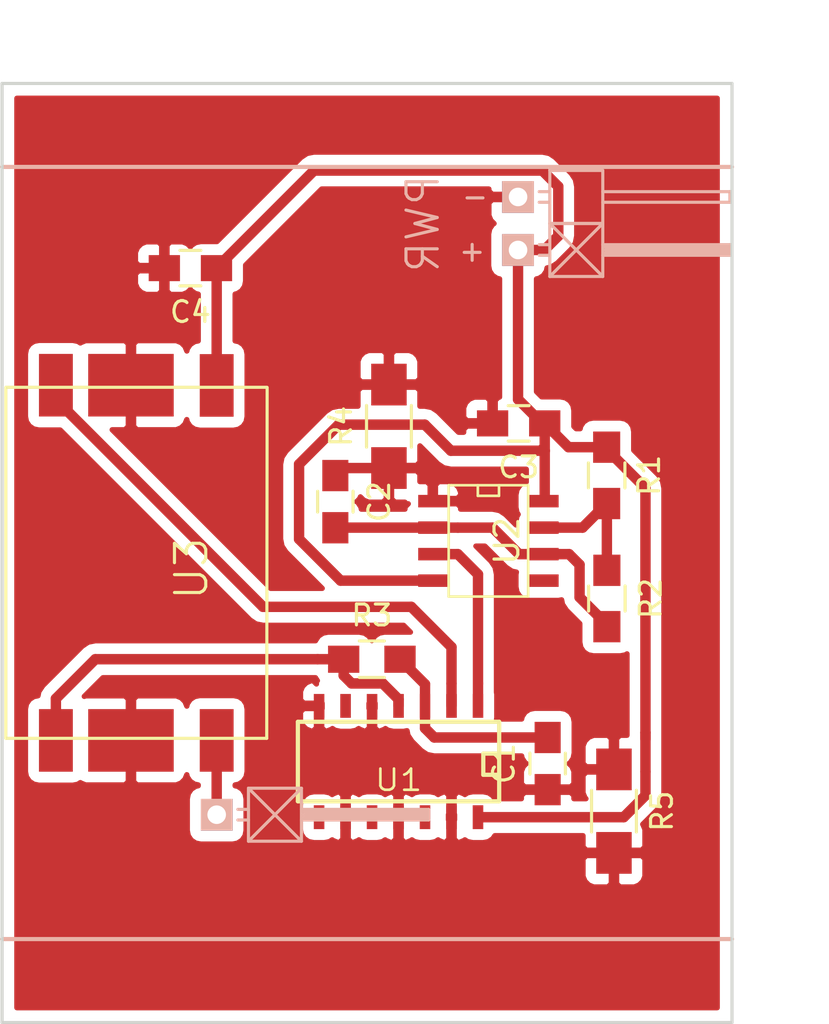
<source format=kicad_pcb>
(kicad_pcb (version 4) (host pcbnew "(2015-04-05 BZR 5577)-product")

  (general
    (links 35)
    (no_connects 1)
    (area 171.676715 88 216.408334 137.075001)
    (thickness 1.6)
    (drawings 10)
    (tracks 75)
    (zones 0)
    (modules 14)
    (nets 10)
  )

  (page A4)
  (layers
    (0 F.Cu signal)
    (31 B.Cu signal)
    (32 B.Adhes user)
    (33 F.Adhes user)
    (34 B.Paste user)
    (35 F.Paste user)
    (36 B.SilkS user)
    (37 F.SilkS user)
    (38 B.Mask user)
    (39 F.Mask user)
    (40 Dwgs.User user)
    (41 Cmts.User user)
    (42 Eco1.User user)
    (43 Eco2.User user)
    (44 Edge.Cuts user)
    (45 Margin user)
    (46 B.CrtYd user)
    (47 F.CrtYd user)
    (48 B.Fab user)
    (49 F.Fab user)
  )

  (setup
    (last_trace_width 0.5)
    (user_trace_width 0.3)
    (user_trace_width 0.5)
    (trace_clearance 0.254)
    (zone_clearance 0.508)
    (zone_45_only no)
    (trace_min 0.254)
    (segment_width 0.2)
    (edge_width 0.15)
    (via_size 0.889)
    (via_drill 0.635)
    (via_min_size 0.889)
    (via_min_drill 0.508)
    (uvia_size 0.508)
    (uvia_drill 0.127)
    (uvias_allowed no)
    (uvia_min_size 0.508)
    (uvia_min_drill 0.127)
    (pcb_text_width 0.3)
    (pcb_text_size 1 1)
    (mod_edge_width 0.15)
    (mod_text_size 1 1)
    (mod_text_width 0.15)
    (pad_size 1.50114 1.50114)
    (pad_drill 0.8001)
    (pad_to_mask_clearance 0)
    (aux_axis_origin 0 0)
    (visible_elements FFFFFF7F)
    (pcbplotparams
      (layerselection 0x01130_80000001)
      (usegerberextensions false)
      (excludeedgelayer true)
      (linewidth 0.100000)
      (plotframeref false)
      (viasonmask false)
      (mode 1)
      (useauxorigin false)
      (hpglpennumber 1)
      (hpglpenspeed 20)
      (hpglpendiameter 15)
      (hpglpenoverlay 2)
      (psnegative false)
      (psa4output false)
      (plotreference true)
      (plotvalue true)
      (plotinvisibletext false)
      (padsonsilk false)
      (subtractmaskfromsilk false)
      (outputformat 1)
      (mirror false)
      (drillshape 0)
      (scaleselection 1)
      (outputdirectory PCB/))
  )

  (net 0 "")
  (net 1 GND)
  (net 2 VCC)
  (net 3 "Net-(C1-Pad2)")
  (net 4 "Net-(C2-Pad2)")
  (net 5 "Net-(P1-Pad1)")
  (net 6 "Net-(R1-Pad1)")
  (net 7 DATA)
  (net 8 "Net-(U1-Pad1)")
  (net 9 ENABLE)

  (net_class Default "This is the default net class."
    (clearance 0.254)
    (trace_width 0.254)
    (via_dia 0.889)
    (via_drill 0.635)
    (uvia_dia 0.508)
    (uvia_drill 0.127)
    (add_net DATA)
    (add_net ENABLE)
    (add_net GND)
    (add_net "Net-(C1-Pad2)")
    (add_net "Net-(C2-Pad2)")
    (add_net "Net-(P1-Pad1)")
    (add_net "Net-(R1-Pad1)")
    (add_net "Net-(U1-Pad1)")
    (add_net VCC)
  )

  (module Resistors_SMD:R_0805_HandSoldering (layer F.Cu) (tedit 541C89AC) (tstamp 541C8866)
    (at 202.99 110.78 90)
    (descr "Resistor SMD 0805, hand soldering, Vishay (see dcrcw.pdf)")
    (tags "resistor 0805")
    (path /540DF2DF)
    (attr smd)
    (fp_text reference R1 (at 0 2.032 90) (layer F.SilkS)
      (effects (font (size 1 1) (thickness 0.15)))
    )
    (fp_text value 4k7 (at 0 2.1 90) (layer F.SilkS) hide
      (effects (font (size 1 1) (thickness 0.15)))
    )
    (fp_line (start 0.6 0.875) (end -0.6 0.875) (layer F.SilkS) (width 0.15))
    (fp_line (start -0.6 -0.875) (end 0.6 -0.875) (layer F.SilkS) (width 0.15))
    (pad 1 smd rect (at -1.35 0 90) (size 1.5 1.3) (layers F.Cu F.Paste F.Mask)
      (net 6 "Net-(R1-Pad1)"))
    (pad 2 smd rect (at 1.35 0 90) (size 1.5 1.3) (layers F.Cu F.Paste F.Mask)
      (net 2 VCC))
    (model Resistors_SMD/R_0805.wrl
      (at (xyz 0 0 0))
      (scale (xyz 1 1 1))
      (rotate (xyz 0 0 0))
    )
  )

  (module Resistors_SMD:R_0805_HandSoldering (layer F.Cu) (tedit 541C8966) (tstamp 541C886C)
    (at 203 116.68 270)
    (descr "Resistor SMD 0805, hand soldering, Vishay (see dcrcw.pdf)")
    (tags "resistor 0805")
    (path /540DFA27)
    (attr smd)
    (fp_text reference R2 (at 0 -2.1 270) (layer F.SilkS)
      (effects (font (size 1 1) (thickness 0.15)))
    )
    (fp_text value 2k2 (at 0 2.1 270) (layer F.SilkS) hide
      (effects (font (size 1 1) (thickness 0.15)))
    )
    (fp_line (start 0.6 0.875) (end -0.6 0.875) (layer F.SilkS) (width 0.15))
    (fp_line (start -0.6 -0.875) (end 0.6 -0.875) (layer F.SilkS) (width 0.15))
    (pad 1 smd rect (at -1.35 0 270) (size 1.5 1.3) (layers F.Cu F.Paste F.Mask)
      (net 6 "Net-(R1-Pad1)"))
    (pad 2 smd rect (at 1.35 0 270) (size 1.5 1.3) (layers F.Cu F.Paste F.Mask)
      (net 4 "Net-(C2-Pad2)"))
    (model Resistors_SMD/R_0805.wrl
      (at (xyz 0 0 0))
      (scale (xyz 1 1 1))
      (rotate (xyz 0 0 0))
    )
  )

  (module SMD_Packages:SOIC-14_W (layer F.Cu) (tedit 541C898D) (tstamp 541C8884)
    (at 193.01 124.62 180)
    (descr "module CMS SOJ 14 pins etroit")
    (tags "CMS SOJ")
    (path /540DFD5D)
    (attr smd)
    (fp_text reference U1 (at 0 -0.762 180) (layer F.SilkS)
      (effects (font (size 1.016 1.143) (thickness 0.127)))
    )
    (fp_text value 74LS14 (at 0 1.016 180) (layer F.SilkS) hide
      (effects (font (size 1.016 1.016) (thickness 0.127)))
    )
    (fp_line (start -4.826 -1.778) (end 4.826 -1.778) (layer F.SilkS) (width 0.2032))
    (fp_line (start 4.826 -1.778) (end 4.826 2.032) (layer F.SilkS) (width 0.2032))
    (fp_line (start 4.826 2.032) (end -4.826 2.032) (layer F.SilkS) (width 0.2032))
    (fp_line (start -4.826 2.032) (end -4.826 -1.778) (layer F.SilkS) (width 0.2032))
    (fp_line (start -4.826 -0.508) (end -4.064 -0.508) (layer F.SilkS) (width 0.2032))
    (fp_line (start -4.064 -0.508) (end -4.064 0.508) (layer F.SilkS) (width 0.2032))
    (fp_line (start -4.064 0.508) (end -4.826 0.508) (layer F.SilkS) (width 0.2032))
    (pad 1 smd rect (at -3.81 2.794 180) (size 0.508 1.143) (layers F.Cu F.Paste F.Mask)
      (net 8 "Net-(U1-Pad1)"))
    (pad 2 smd rect (at -2.54 2.794 180) (size 0.508 1.143) (layers F.Cu F.Paste F.Mask)
      (net 9 ENABLE))
    (pad 3 smd rect (at -1.27 2.794 180) (size 0.508 1.143) (layers F.Cu F.Paste F.Mask)
      (net 3 "Net-(C1-Pad2)"))
    (pad 4 smd rect (at 0 2.794 180) (size 0.508 1.143) (layers F.Cu F.Paste F.Mask)
      (net 7 DATA))
    (pad 5 smd rect (at 1.27 2.794 180) (size 0.508 1.143) (layers F.Cu F.Paste F.Mask)
      (net 1 GND))
    (pad 6 smd rect (at 2.54 2.794 180) (size 0.508 1.143) (layers F.Cu F.Paste F.Mask))
    (pad 7 smd rect (at 3.81 2.794 180) (size 0.508 1.143) (layers F.Cu F.Paste F.Mask)
      (net 1 GND))
    (pad 8 smd rect (at 3.81 -2.54 180) (size 0.508 1.143) (layers F.Cu F.Paste F.Mask))
    (pad 9 smd rect (at 2.54 -2.54 180) (size 0.508 1.143) (layers F.Cu F.Paste F.Mask)
      (net 1 GND))
    (pad 10 smd rect (at 1.27 -2.54 180) (size 0.508 1.143) (layers F.Cu F.Paste F.Mask))
    (pad 11 smd rect (at 0 -2.54 180) (size 0.508 1.143) (layers F.Cu F.Paste F.Mask)
      (net 1 GND))
    (pad 12 smd rect (at -1.27 -2.54 180) (size 0.508 1.143) (layers F.Cu F.Paste F.Mask))
    (pad 13 smd rect (at -2.54 -2.54 180) (size 0.508 1.143) (layers F.Cu F.Paste F.Mask)
      (net 1 GND))
    (pad 14 smd rect (at -3.81 -2.54 180) (size 0.508 1.143) (layers F.Cu F.Paste F.Mask)
      (net 2 VCC))
    (model smd/cms_so14.wrl
      (at (xyz 0 0 0))
      (scale (xyz 0.5 0.3 0.5))
      (rotate (xyz 0 0 0))
    )
  )

  (module SMD_Packages:SOIC-8-W (layer F.Cu) (tedit 541C8979) (tstamp 541C8890)
    (at 197.32 113.92 270)
    (descr "module SMD SOIC SOJ 8 pins etroit")
    (tags "CMS SOJ")
    (path /540DF191)
    (attr smd)
    (fp_text reference U2 (at 0 -0.889 270) (layer F.SilkS)
      (effects (font (size 1.143 1.143) (thickness 0.1524)))
    )
    (fp_text value LM555N (at 0 1.016 270) (layer F.SilkS) hide
      (effects (font (size 0.889 0.889) (thickness 0.1524)))
    )
    (fp_line (start -2.667 1.778) (end -2.667 1.905) (layer F.SilkS) (width 0.127))
    (fp_line (start -2.667 1.905) (end 2.667 1.905) (layer F.SilkS) (width 0.127))
    (fp_line (start 2.667 -1.905) (end -2.667 -1.905) (layer F.SilkS) (width 0.127))
    (fp_line (start -2.667 -1.905) (end -2.667 1.778) (layer F.SilkS) (width 0.127))
    (fp_line (start -2.667 -0.508) (end -2.159 -0.508) (layer F.SilkS) (width 0.127))
    (fp_line (start -2.159 -0.508) (end -2.159 0.508) (layer F.SilkS) (width 0.127))
    (fp_line (start -2.159 0.508) (end -2.667 0.508) (layer F.SilkS) (width 0.127))
    (fp_line (start 2.667 -1.905) (end 2.667 1.905) (layer F.SilkS) (width 0.127))
    (pad 8 smd rect (at -1.905 -2.667 270) (size 0.59944 1.39954) (layers F.Cu F.Paste F.Mask)
      (net 2 VCC))
    (pad 1 smd rect (at -1.905 2.667 270) (size 0.59944 1.39954) (layers F.Cu F.Paste F.Mask)
      (net 1 GND))
    (pad 7 smd rect (at -0.635 -2.667 270) (size 0.59944 1.39954) (layers F.Cu F.Paste F.Mask)
      (net 6 "Net-(R1-Pad1)"))
    (pad 6 smd rect (at 0.635 -2.667 270) (size 0.59944 1.39954) (layers F.Cu F.Paste F.Mask)
      (net 4 "Net-(C2-Pad2)"))
    (pad 5 smd rect (at 1.905 -2.667 270) (size 0.59944 1.39954) (layers F.Cu F.Paste F.Mask))
    (pad 2 smd rect (at -0.635 2.667 270) (size 0.59944 1.39954) (layers F.Cu F.Paste F.Mask)
      (net 4 "Net-(C2-Pad2)"))
    (pad 3 smd rect (at 0.635 2.667 270) (size 0.59944 1.39954) (layers F.Cu F.Paste F.Mask)
      (net 8 "Net-(U1-Pad1)"))
    (pad 4 smd rect (at 1.905 2.667 270) (size 0.59944 1.39954) (layers F.Cu F.Paste F.Mask)
      (net 2 VCC))
    (model smd/cms_so8.wrl
      (at (xyz 0 0 0))
      (scale (xyz 0.5 0.32 0.5))
      (rotate (xyz 0 0 0))
    )
  )

  (module QFM-TX1:QFM-TX1 (layer F.Cu) (tedit 541C8983) (tstamp 541C889A)
    (at 179.96 114.55 270)
    (path /540F470C)
    (fp_text reference U3 (at 0.7 -3.12 270) (layer F.SilkS)
      (effects (font (size 1.5 1.5) (thickness 0.15)))
    )
    (fp_text value QFM-TX1 (at 0.77 2.74 270) (layer F.SilkS) hide
      (effects (font (size 1.5 1.5) (thickness 0.15)))
    )
    (fp_line (start -7.98 5.78) (end 8.83 5.78) (layer F.SilkS) (width 0.15))
    (fp_line (start 8.83 5.78) (end 8.83 -6.73) (layer F.SilkS) (width 0.15))
    (fp_line (start -7.99 5.77) (end -7.99 -6.74) (layer F.SilkS) (width 0.15))
    (fp_line (start -7.98 -6.75) (end 8.83 -6.73) (layer F.SilkS) (width 0.15))
    (pad 1 smd rect (at -8.08 -4.33 270) (size 3 1.624) (layers F.Cu F.Paste F.Mask)
      (net 2 VCC))
    (pad 6 smd rect (at 8.93 -4.33 270) (size 3 1.624) (layers F.Cu F.Paste F.Mask)
      (net 5 "Net-(P1-Pad1)"))
    (pad 4 smd rect (at 8.93 3.38 270) (size 3 1.624) (layers F.Cu F.Paste F.Mask)
      (net 7 DATA))
    (pad 3 smd rect (at -8.09 3.38 270) (size 3 1.624) (layers F.Cu F.Paste F.Mask)
      (net 9 ENABLE))
    (pad 2 smd rect (at -8.09 -0.22 270) (size 3 4.1) (layers F.Cu F.Paste F.Mask)
      (net 1 GND))
    (pad 5 smd rect (at 8.93 -0.22 270) (size 3 4.1) (layers F.Cu F.Paste F.Mask)
      (net 1 GND))
  )

  (module Capacitors_SMD:C_0805_HandSoldering (layer F.Cu) (tedit 55C08CF1) (tstamp 55C08CE3)
    (at 200.16 124.59 90)
    (descr "Capacitor SMD 0805, hand soldering")
    (tags "capacitor 0805")
    (path /540E052B)
    (attr smd)
    (fp_text reference C1 (at 0 -2.1 90) (layer F.SilkS)
      (effects (font (size 1 1) (thickness 0.15)))
    )
    (fp_text value 2.2uF (at 0 2.1 90) (layer F.Fab) hide
      (effects (font (size 1 1) (thickness 0.15)))
    )
    (fp_line (start -2.3 -1) (end 2.3 -1) (layer F.CrtYd) (width 0.05))
    (fp_line (start -2.3 1) (end 2.3 1) (layer F.CrtYd) (width 0.05))
    (fp_line (start -2.3 -1) (end -2.3 1) (layer F.CrtYd) (width 0.05))
    (fp_line (start 2.3 -1) (end 2.3 1) (layer F.CrtYd) (width 0.05))
    (fp_line (start 0.5 -0.85) (end -0.5 -0.85) (layer F.SilkS) (width 0.15))
    (fp_line (start -0.5 0.85) (end 0.5 0.85) (layer F.SilkS) (width 0.15))
    (pad 1 smd rect (at -1.25 0 90) (size 1.5 1.25) (layers F.Cu F.Paste F.Mask)
      (net 1 GND))
    (pad 2 smd rect (at 1.25 0 90) (size 1.5 1.25) (layers F.Cu F.Paste F.Mask)
      (net 3 "Net-(C1-Pad2)"))
    (model Capacitors_SMD.3dshapes/C_0805_HandSoldering.wrl
      (at (xyz 0 0 0))
      (scale (xyz 1 1 1))
      (rotate (xyz 0 0 0))
    )
  )

  (module Capacitors_SMD:C_0805_HandSoldering (layer F.Cu) (tedit 55C08CFF) (tstamp 55C08CE8)
    (at 189.98 112.04 270)
    (descr "Capacitor SMD 0805, hand soldering")
    (tags "capacitor 0805")
    (path /540DF1E1)
    (attr smd)
    (fp_text reference C2 (at 0 -2.1 270) (layer F.SilkS)
      (effects (font (size 1 1) (thickness 0.15)))
    )
    (fp_text value 100uF (at 0 2.1 270) (layer F.Fab) hide
      (effects (font (size 1 1) (thickness 0.15)))
    )
    (fp_line (start -2.3 -1) (end 2.3 -1) (layer F.CrtYd) (width 0.05))
    (fp_line (start -2.3 1) (end 2.3 1) (layer F.CrtYd) (width 0.05))
    (fp_line (start -2.3 -1) (end -2.3 1) (layer F.CrtYd) (width 0.05))
    (fp_line (start 2.3 -1) (end 2.3 1) (layer F.CrtYd) (width 0.05))
    (fp_line (start 0.5 -0.85) (end -0.5 -0.85) (layer F.SilkS) (width 0.15))
    (fp_line (start -0.5 0.85) (end 0.5 0.85) (layer F.SilkS) (width 0.15))
    (pad 1 smd rect (at -1.25 0 270) (size 1.5 1.25) (layers F.Cu F.Paste F.Mask)
      (net 1 GND))
    (pad 2 smd rect (at 1.25 0 270) (size 1.5 1.25) (layers F.Cu F.Paste F.Mask)
      (net 4 "Net-(C2-Pad2)"))
    (model Capacitors_SMD.3dshapes/C_0805_HandSoldering.wrl
      (at (xyz 0 0 0))
      (scale (xyz 1 1 1))
      (rotate (xyz 0 0 0))
    )
  )

  (module Capacitors_SMD:C_0805_HandSoldering (layer F.Cu) (tedit 55C08CF4) (tstamp 55C08CED)
    (at 198.77 108.29 180)
    (descr "Capacitor SMD 0805, hand soldering")
    (tags "capacitor 0805")
    (path /541CBBDE)
    (attr smd)
    (fp_text reference C3 (at 0 -2.1 180) (layer F.SilkS)
      (effects (font (size 1 1) (thickness 0.15)))
    )
    (fp_text value 100nF (at 0 2.1 180) (layer F.Fab) hide
      (effects (font (size 1 1) (thickness 0.15)))
    )
    (fp_line (start -2.3 -1) (end 2.3 -1) (layer F.CrtYd) (width 0.05))
    (fp_line (start -2.3 1) (end 2.3 1) (layer F.CrtYd) (width 0.05))
    (fp_line (start -2.3 -1) (end -2.3 1) (layer F.CrtYd) (width 0.05))
    (fp_line (start 2.3 -1) (end 2.3 1) (layer F.CrtYd) (width 0.05))
    (fp_line (start 0.5 -0.85) (end -0.5 -0.85) (layer F.SilkS) (width 0.15))
    (fp_line (start -0.5 0.85) (end 0.5 0.85) (layer F.SilkS) (width 0.15))
    (pad 1 smd rect (at -1.25 0 180) (size 1.5 1.25) (layers F.Cu F.Paste F.Mask)
      (net 2 VCC))
    (pad 2 smd rect (at 1.25 0 180) (size 1.5 1.25) (layers F.Cu F.Paste F.Mask)
      (net 1 GND))
    (model Capacitors_SMD.3dshapes/C_0805_HandSoldering.wrl
      (at (xyz 0 0 0))
      (scale (xyz 1 1 1))
      (rotate (xyz 0 0 0))
    )
  )

  (module Capacitors_SMD:C_0805_HandSoldering (layer F.Cu) (tedit 55C08CED) (tstamp 55C08CF2)
    (at 183.03 100.85 180)
    (descr "Capacitor SMD 0805, hand soldering")
    (tags "capacitor 0805")
    (path /541CBE70)
    (attr smd)
    (fp_text reference C4 (at 0 -2.1 180) (layer F.SilkS)
      (effects (font (size 1 1) (thickness 0.15)))
    )
    (fp_text value 100nF (at 0 2.1 180) (layer F.Fab) hide
      (effects (font (size 1 1) (thickness 0.15)))
    )
    (fp_line (start -2.3 -1) (end 2.3 -1) (layer F.CrtYd) (width 0.05))
    (fp_line (start -2.3 1) (end 2.3 1) (layer F.CrtYd) (width 0.05))
    (fp_line (start -2.3 -1) (end -2.3 1) (layer F.CrtYd) (width 0.05))
    (fp_line (start 2.3 -1) (end 2.3 1) (layer F.CrtYd) (width 0.05))
    (fp_line (start 0.5 -0.85) (end -0.5 -0.85) (layer F.SilkS) (width 0.15))
    (fp_line (start -0.5 0.85) (end 0.5 0.85) (layer F.SilkS) (width 0.15))
    (pad 1 smd rect (at -1.25 0 180) (size 1.5 1.25) (layers F.Cu F.Paste F.Mask)
      (net 2 VCC))
    (pad 2 smd rect (at 1.25 0 180) (size 1.5 1.25) (layers F.Cu F.Paste F.Mask)
      (net 1 GND))
    (model Capacitors_SMD.3dshapes/C_0805_HandSoldering.wrl
      (at (xyz 0 0 0))
      (scale (xyz 1 1 1))
      (rotate (xyz 0 0 0))
    )
  )

  (module Mlab_Pin_Headers:Angled_1x02 (layer B.Cu) (tedit 55C094BF) (tstamp 55C08CFC)
    (at 198.74 98.71)
    (descr "pin header angled 1x02")
    (tags "pin header angled 1x02")
    (path /55C09A0F)
    (fp_text reference J1 (at 0 3.81) (layer B.SilkS) hide
      (effects (font (size 1.5 1.5) (thickness 0.15)) (justify mirror))
    )
    (fp_text value PWR (at -4.56 0 270) (layer B.SilkS)
      (effects (font (size 1.5 1.5) (thickness 0.15)) (justify mirror))
    )
    (fp_line (start 1.524 -1.524) (end 1.016 -1.524) (layer B.SilkS) (width 0.15))
    (fp_line (start 1.524 -1.016) (end 1.016 -1.016) (layer B.SilkS) (width 0.15))
    (fp_line (start 1.524 0) (end 4.064 0) (layer B.SilkS) (width 0.15))
    (fp_line (start 1.524 0) (end 1.524 -2.54) (layer B.SilkS) (width 0.15))
    (fp_line (start 1.524 -2.54) (end 4.064 -2.54) (layer B.SilkS) (width 0.15))
    (fp_line (start 4.064 -1.016) (end 10.16 -1.016) (layer B.SilkS) (width 0.15))
    (fp_line (start 10.16 -1.016) (end 10.16 -1.524) (layer B.SilkS) (width 0.15))
    (fp_line (start 10.16 -1.524) (end 4.064 -1.524) (layer B.SilkS) (width 0.15))
    (fp_line (start 4.064 -2.54) (end 4.064 0) (layer B.SilkS) (width 0.15))
    (fp_line (start 4.064 0) (end 1.524 2.54) (layer B.SilkS) (width 0.15))
    (fp_line (start 4.064 2.54) (end 1.524 0) (layer B.SilkS) (width 0.15))
    (fp_line (start 4.191 1.397) (end 10.033 1.397) (layer B.SilkS) (width 0.15))
    (fp_line (start 10.033 1.397) (end 10.033 1.143) (layer B.SilkS) (width 0.15))
    (fp_line (start 10.033 1.143) (end 4.191 1.143) (layer B.SilkS) (width 0.15))
    (fp_line (start 4.191 1.27) (end 10.033 1.27) (layer B.SilkS) (width 0.15))
    (fp_line (start 1.524 1.016) (end 1.016 1.016) (layer B.SilkS) (width 0.15))
    (fp_line (start 1.524 1.524) (end 1.016 1.524) (layer B.SilkS) (width 0.15))
    (fp_line (start 1.524 2.54) (end 4.064 2.54) (layer B.SilkS) (width 0.15))
    (fp_line (start 1.524 2.54) (end 1.524 0) (layer B.SilkS) (width 0.15))
    (fp_line (start 1.524 0) (end 4.064 0) (layer B.SilkS) (width 0.15))
    (fp_line (start 4.064 1.524) (end 10.16 1.524) (layer B.SilkS) (width 0.15))
    (fp_line (start 10.16 1.524) (end 10.16 1.016) (layer B.SilkS) (width 0.15))
    (fp_line (start 10.16 1.016) (end 4.064 1.016) (layer B.SilkS) (width 0.15))
    (fp_line (start 4.064 0) (end 4.064 2.54) (layer B.SilkS) (width 0.15))
    (pad 2 thru_hole rect (at 0 -1.27) (size 1.524 1.524) (drill 0.889) (layers *.Cu *.Mask B.SilkS)
      (net 1 GND))
    (pad 1 thru_hole rect (at 0 1.27) (size 1.524 1.524) (drill 0.889) (layers *.Cu *.Mask B.SilkS)
      (net 2 VCC))
    (model Pin_Headers/Pin_Header_Angled_1x02.wrl
      (at (xyz 0 0 0))
      (scale (xyz 1 1 1))
      (rotate (xyz 0 0 90))
    )
  )

  (module Mlab_Pin_Headers:Angled_1x01 (layer B.Cu) (tedit 55C08D0F) (tstamp 55C08CFD)
    (at 184.29 127.04)
    (descr "pin header angled 1x01")
    (tags "pin header angled 1x01")
    (path /540F4A49)
    (fp_text reference P1 (at 0 2.54) (layer B.SilkS) hide
      (effects (font (size 1.5 1.5) (thickness 0.15)) (justify mirror))
    )
    (fp_text value CONNECTOR (at 0 -2.54) (layer B.SilkS) hide
      (effects (font (size 1.5 1.5) (thickness 0.15)) (justify mirror))
    )
    (fp_line (start 4.064 -1.27) (end 1.524 1.27) (layer B.SilkS) (width 0.15))
    (fp_line (start 4.064 1.27) (end 1.524 -1.27) (layer B.SilkS) (width 0.15))
    (fp_line (start 4.191 0.127) (end 10.033 0.127) (layer B.SilkS) (width 0.15))
    (fp_line (start 10.033 0.127) (end 10.033 -0.127) (layer B.SilkS) (width 0.15))
    (fp_line (start 10.033 -0.127) (end 4.191 -0.127) (layer B.SilkS) (width 0.15))
    (fp_line (start 4.191 0) (end 10.033 0) (layer B.SilkS) (width 0.15))
    (fp_line (start 1.524 -0.254) (end 1.016 -0.254) (layer B.SilkS) (width 0.15))
    (fp_line (start 1.524 0.254) (end 1.016 0.254) (layer B.SilkS) (width 0.15))
    (fp_line (start 1.524 1.27) (end 4.064 1.27) (layer B.SilkS) (width 0.15))
    (fp_line (start 1.524 1.27) (end 1.524 -1.27) (layer B.SilkS) (width 0.15))
    (fp_line (start 1.524 -1.27) (end 4.064 -1.27) (layer B.SilkS) (width 0.15))
    (fp_line (start 4.064 0.254) (end 10.16 0.254) (layer B.SilkS) (width 0.15))
    (fp_line (start 10.16 0.254) (end 10.16 -0.254) (layer B.SilkS) (width 0.15))
    (fp_line (start 10.16 -0.254) (end 4.064 -0.254) (layer B.SilkS) (width 0.15))
    (fp_line (start 4.064 -1.27) (end 4.064 1.27) (layer B.SilkS) (width 0.15))
    (pad 1 thru_hole rect (at 0 0) (size 1.524 1.524) (drill 0.889) (layers *.Cu *.Mask B.SilkS)
      (net 5 "Net-(P1-Pad1)"))
    (model Pin_Headers/Pin_Header_Angled_1x01.wrl
      (at (xyz 0 0 0))
      (scale (xyz 1 1 1))
      (rotate (xyz 0 0 90))
    )
  )

  (module Resistors_SMD:R_0805_HandSoldering (layer F.Cu) (tedit 55C08E6D) (tstamp 55C08D06)
    (at 191.73 119.59)
    (descr "Resistor SMD 0805, hand soldering")
    (tags "resistor 0805")
    (path /55C094EC)
    (attr smd)
    (fp_text reference R3 (at 0 -2.1) (layer F.SilkS)
      (effects (font (size 1 1) (thickness 0.15)))
    )
    (fp_text value 1k5 (at 0 2.1) (layer F.Fab) hide
      (effects (font (size 1 1) (thickness 0.15)))
    )
    (fp_line (start -2.4 -1) (end 2.4 -1) (layer F.CrtYd) (width 0.05))
    (fp_line (start -2.4 1) (end 2.4 1) (layer F.CrtYd) (width 0.05))
    (fp_line (start -2.4 -1) (end -2.4 1) (layer F.CrtYd) (width 0.05))
    (fp_line (start 2.4 -1) (end 2.4 1) (layer F.CrtYd) (width 0.05))
    (fp_line (start 0.6 0.875) (end -0.6 0.875) (layer F.SilkS) (width 0.15))
    (fp_line (start -0.6 -0.875) (end 0.6 -0.875) (layer F.SilkS) (width 0.15))
    (pad 1 smd rect (at -1.35 0) (size 1.5 1.3) (layers F.Cu F.Paste F.Mask)
      (net 7 DATA))
    (pad 2 smd rect (at 1.35 0) (size 1.5 1.3) (layers F.Cu F.Paste F.Mask)
      (net 3 "Net-(C1-Pad2)"))
    (model Resistors_SMD.3dshapes/R_0805_HandSoldering.wrl
      (at (xyz 0 0 0))
      (scale (xyz 1 1 1))
      (rotate (xyz 0 0 0))
    )
  )

  (module Resistors_SMD:R_1206_HandSoldering (layer F.Cu) (tedit 55C09414) (tstamp 55C093E0)
    (at 192.55 108.43 90)
    (descr "Resistor SMD 1206, hand soldering")
    (tags "resistor 1206")
    (path /55C0A1D0)
    (attr smd)
    (fp_text reference R4 (at 0 -2.3 90) (layer F.SilkS)
      (effects (font (size 1 1) (thickness 0.15)))
    )
    (fp_text value 0 (at 0 2.3 90) (layer F.Fab) hide
      (effects (font (size 1 1) (thickness 0.15)))
    )
    (fp_line (start -3.3 -1.2) (end 3.3 -1.2) (layer F.CrtYd) (width 0.05))
    (fp_line (start -3.3 1.2) (end 3.3 1.2) (layer F.CrtYd) (width 0.05))
    (fp_line (start -3.3 -1.2) (end -3.3 1.2) (layer F.CrtYd) (width 0.05))
    (fp_line (start 3.3 -1.2) (end 3.3 1.2) (layer F.CrtYd) (width 0.05))
    (fp_line (start 1 1.075) (end -1 1.075) (layer F.SilkS) (width 0.15))
    (fp_line (start -1 -1.075) (end 1 -1.075) (layer F.SilkS) (width 0.15))
    (pad 1 smd rect (at -2 0 90) (size 2 1.7) (layers F.Cu F.Paste F.Mask)
      (net 1 GND))
    (pad 2 smd rect (at 2 0 90) (size 2 1.7) (layers F.Cu F.Paste F.Mask)
      (net 1 GND))
    (model Resistors_SMD.3dshapes/R_1206_HandSoldering.wrl
      (at (xyz 0 0 0))
      (scale (xyz 1 1 1))
      (rotate (xyz 0 0 0))
    )
  )

  (module Resistors_SMD:R_1206_HandSoldering (layer F.Cu) (tedit 55C0940F) (tstamp 55C093E6)
    (at 203.34 126.87 270)
    (descr "Resistor SMD 1206, hand soldering")
    (tags "resistor 1206")
    (path /55C09DAD)
    (attr smd)
    (fp_text reference R5 (at 0 -2.3 270) (layer F.SilkS)
      (effects (font (size 1 1) (thickness 0.15)))
    )
    (fp_text value 0 (at 0 2.3 270) (layer F.Fab) hide
      (effects (font (size 1 1) (thickness 0.15)))
    )
    (fp_line (start -3.3 -1.2) (end 3.3 -1.2) (layer F.CrtYd) (width 0.05))
    (fp_line (start -3.3 1.2) (end 3.3 1.2) (layer F.CrtYd) (width 0.05))
    (fp_line (start -3.3 -1.2) (end -3.3 1.2) (layer F.CrtYd) (width 0.05))
    (fp_line (start 3.3 -1.2) (end 3.3 1.2) (layer F.CrtYd) (width 0.05))
    (fp_line (start 1 1.075) (end -1 1.075) (layer F.SilkS) (width 0.15))
    (fp_line (start -1 -1.075) (end 1 -1.075) (layer F.SilkS) (width 0.15))
    (pad 1 smd rect (at -2 0 270) (size 2 1.7) (layers F.Cu F.Paste F.Mask)
      (net 1 GND))
    (pad 2 smd rect (at 2 0 270) (size 2 1.7) (layers F.Cu F.Paste F.Mask)
      (net 1 GND))
    (model Resistors_SMD.3dshapes/R_1206_HandSoldering.wrl
      (at (xyz 0 0 0))
      (scale (xyz 1 1 1))
      (rotate (xyz 0 0 0))
    )
  )

  (gr_text + (at 196.54 100.02) (layer B.SilkS)
    (effects (font (size 1 1) (thickness 0.15)) (justify mirror))
  )
  (gr_text - (at 195.96 97.41) (layer B.SilkS)
    (effects (font (size 1 1) (thickness 0.15)) (justify right mirror))
  )
  (dimension 45 (width 0.15) (layer Dwgs.User)
    (gr_text "45,000 mm" (at 212 114.5 270) (layer Dwgs.User)
      (effects (font (size 1 1) (thickness 0.15)))
    )
    (feature1 (pts (xy 209 137) (xy 213 137)))
    (feature2 (pts (xy 209 92) (xy 213 92)))
    (crossbar (pts (xy 211 92) (xy 211 137)))
    (arrow1a (pts (xy 211 137) (xy 210.413579 135.873496)))
    (arrow1b (pts (xy 211 137) (xy 211.586421 135.873496)))
    (arrow2a (pts (xy 211 92) (xy 210.413579 93.126504)))
    (arrow2b (pts (xy 211 92) (xy 211.586421 93.126504)))
  )
  (dimension 35 (width 0.15) (layer Dwgs.User)
    (gr_text "35,000 mm" (at 191.5 89) (layer Dwgs.User)
      (effects (font (size 1 1) (thickness 0.15)))
    )
    (feature1 (pts (xy 209 92) (xy 209 88)))
    (feature2 (pts (xy 174 92) (xy 174 88)))
    (crossbar (pts (xy 174 90) (xy 209 90)))
    (arrow1a (pts (xy 209 90) (xy 207.873496 90.586421)))
    (arrow1b (pts (xy 209 90) (xy 207.873496 89.413579)))
    (arrow2a (pts (xy 174 90) (xy 175.126504 90.586421)))
    (arrow2b (pts (xy 174 90) (xy 175.126504 89.413579)))
  )
  (gr_line (start 174 96) (end 209 96) (angle 90) (layer B.SilkS) (width 0.2))
  (gr_line (start 174 133) (end 209 133) (angle 90) (layer B.SilkS) (width 0.2))
  (gr_line (start 174 137) (end 174 92) (angle 90) (layer Edge.Cuts) (width 0.15))
  (gr_line (start 209 137) (end 174 137) (angle 90) (layer Edge.Cuts) (width 0.15))
  (gr_line (start 209 92) (end 209 137) (angle 90) (layer Edge.Cuts) (width 0.15))
  (gr_line (start 174 92) (end 209 92) (angle 90) (layer Edge.Cuts) (width 0.15))

  (segment (start 192.55 110.43) (end 190.34 110.43) (width 0.5) (layer F.Cu) (net 1))
  (segment (start 190.34 110.43) (end 189.98 110.79) (width 0.5) (layer F.Cu) (net 1))
  (segment (start 196.82 127.16) (end 203.807202 127.16) (width 0.5) (layer F.Cu) (net 2))
  (segment (start 204.85 124.977202) (end 204.85 123.1011) (width 0.5) (layer F.Cu) (net 2))
  (segment (start 203.807202 127.16) (end 204.85 126.117202) (width 0.5) (layer F.Cu) (net 2))
  (segment (start 204.85 126.117202) (end 204.85 124.977202) (width 0.5) (layer F.Cu) (net 2))
  (segment (start 204.85 123.432202) (end 204.85 123.1011) (width 0.5) (layer F.Cu) (net 2))
  (segment (start 204.85 123.1011) (end 204.85 111.39) (width 0.5) (layer F.Cu) (net 2))
  (segment (start 194.653 115.825) (end 190.232798 115.825) (width 0.5) (layer F.Cu) (net 2))
  (segment (start 190.232798 115.825) (end 188.24 113.832202) (width 0.5) (layer F.Cu) (net 2))
  (segment (start 188.24 113.832202) (end 188.24 110.247798) (width 0.5) (layer F.Cu) (net 2))
  (segment (start 188.24 110.247798) (end 190.137798 108.35) (width 0.5) (layer F.Cu) (net 2))
  (segment (start 190.137798 108.35) (end 194.27 108.35) (width 0.5) (layer F.Cu) (net 2))
  (segment (start 194.27 108.35) (end 195.519944 109.599944) (width 0.5) (layer F.Cu) (net 2))
  (segment (start 195.519944 109.599944) (end 200.02 109.599944) (width 0.5) (layer F.Cu) (net 2))
  (segment (start 198.74 99.98) (end 200.002 99.98) (width 0.5) (layer F.Cu) (net 2))
  (segment (start 200.002 99.98) (end 200.67 99.312) (width 0.5) (layer F.Cu) (net 2))
  (segment (start 200.67 99.312) (end 200.67 96.938798) (width 0.5) (layer F.Cu) (net 2))
  (segment (start 200.67 96.938798) (end 199.905201 96.173999) (width 0.5) (layer F.Cu) (net 2))
  (segment (start 199.905201 96.173999) (end 188.956001 96.173999) (width 0.5) (layer F.Cu) (net 2))
  (segment (start 188.956001 96.173999) (end 184.28 100.85) (width 0.5) (layer F.Cu) (net 2))
  (segment (start 198.6 99.84) (end 198.74 99.98) (width 0.5) (layer F.Cu) (net 2))
  (segment (start 204.85 111.39) (end 202.99 109.53) (width 0.5) (layer F.Cu) (net 2))
  (segment (start 202.99 109.53) (end 202.99 109.43) (width 0.5) (layer F.Cu) (net 2))
  (segment (start 199.926055 109.505999) (end 200.02 109.599944) (width 0.5) (layer F.Cu) (net 2))
  (segment (start 200.02 108.29) (end 200.02 109.599944) (width 0.5) (layer F.Cu) (net 2))
  (segment (start 200.02 109.599944) (end 200.02 111.982) (width 0.5) (layer F.Cu) (net 2))
  (segment (start 198.74 99.98) (end 198.74 107.135) (width 0.5) (layer F.Cu) (net 2))
  (segment (start 198.74 107.135) (end 199.895 108.29) (width 0.5) (layer F.Cu) (net 2))
  (segment (start 199.895 108.29) (end 200.02 108.29) (width 0.5) (layer F.Cu) (net 2))
  (segment (start 202.99 109.43) (end 201.16 109.43) (width 0.5) (layer F.Cu) (net 2))
  (segment (start 201.16 109.43) (end 200.02 108.29) (width 0.5) (layer F.Cu) (net 2))
  (segment (start 200.02 111.982) (end 199.987 112.015) (width 0.5) (layer F.Cu) (net 2))
  (segment (start 184.29 106.47) (end 184.29 100.86) (width 0.5) (layer F.Cu) (net 2))
  (segment (start 184.29 100.86) (end 184.28 100.85) (width 0.5) (layer F.Cu) (net 2))
  (segment (start 200.16 123.34) (end 194.7225 123.34) (width 0.5) (layer F.Cu) (net 3))
  (segment (start 194.7225 123.34) (end 194.28 122.8975) (width 0.5) (layer F.Cu) (net 3))
  (segment (start 194.28 122.8975) (end 194.28 121.826) (width 0.5) (layer F.Cu) (net 3))
  (segment (start 193.08 119.59) (end 194.28 120.79) (width 0.5) (layer F.Cu) (net 3))
  (segment (start 194.28 120.79) (end 194.28 121.826) (width 0.5) (layer F.Cu) (net 3))
  (segment (start 194.653 113.285) (end 189.985 113.285) (width 0.5) (layer F.Cu) (net 4))
  (segment (start 189.985 113.285) (end 189.98 113.29) (width 0.5) (layer F.Cu) (net 4))
  (segment (start 199.987 114.555) (end 198.78723 114.555) (width 0.5) (layer F.Cu) (net 4))
  (segment (start 198.78723 114.555) (end 197.51723 113.285) (width 0.5) (layer F.Cu) (net 4))
  (segment (start 197.51723 113.285) (end 195.85277 113.285) (width 0.5) (layer F.Cu) (net 4))
  (segment (start 195.85277 113.285) (end 194.653 113.285) (width 0.5) (layer F.Cu) (net 4))
  (segment (start 203 118.03) (end 203 117.93) (width 0.5) (layer F.Cu) (net 4))
  (segment (start 203 117.93) (end 201.69 116.62) (width 0.5) (layer F.Cu) (net 4))
  (segment (start 201.18677 114.555) (end 199.987 114.555) (width 0.5) (layer F.Cu) (net 4))
  (segment (start 201.69 116.62) (end 201.69 115.05823) (width 0.5) (layer F.Cu) (net 4))
  (segment (start 201.69 115.05823) (end 201.18677 114.555) (width 0.5) (layer F.Cu) (net 4))
  (segment (start 184.29 123.48) (end 184.29 127.04) (width 0.5) (layer F.Cu) (net 5))
  (segment (start 199.987 113.285) (end 201.835 113.285) (width 0.5) (layer F.Cu) (net 6))
  (segment (start 201.835 113.285) (end 202.99 112.13) (width 0.5) (layer F.Cu) (net 6))
  (segment (start 203 115.33) (end 203 112.14) (width 0.5) (layer F.Cu) (net 6))
  (segment (start 203 112.14) (end 202.99 112.13) (width 0.5) (layer F.Cu) (net 6))
  (segment (start 176.58 123.48) (end 176.58 121.48) (width 0.5) (layer F.Cu) (net 7))
  (segment (start 176.58 121.48) (end 178.47 119.59) (width 0.5) (layer F.Cu) (net 7))
  (segment (start 178.47 119.59) (end 189.13 119.59) (width 0.5) (layer F.Cu) (net 7))
  (segment (start 189.13 119.59) (end 190.38 119.59) (width 0.5) (layer F.Cu) (net 7))
  (segment (start 190.38 119.59) (end 190.38 120.37) (width 0.5) (layer F.Cu) (net 7))
  (segment (start 190.38 120.37) (end 190.760499 120.750499) (width 0.5) (layer F.Cu) (net 7))
  (segment (start 190.760499 120.750499) (end 192.251999 120.750499) (width 0.5) (layer F.Cu) (net 7))
  (segment (start 192.251999 120.750499) (end 193.01 121.5085) (width 0.5) (layer F.Cu) (net 7))
  (segment (start 193.01 121.5085) (end 193.01 121.826) (width 0.5) (layer F.Cu) (net 7))
  (segment (start 194.653 114.555) (end 195.85277 114.555) (width 0.5) (layer F.Cu) (net 8))
  (segment (start 195.85277 114.555) (end 196.82 115.52223) (width 0.5) (layer F.Cu) (net 8))
  (segment (start 196.82 115.52223) (end 196.82 120.7545) (width 0.5) (layer F.Cu) (net 8))
  (segment (start 196.82 120.7545) (end 196.82 121.826) (width 0.5) (layer F.Cu) (net 8))
  (segment (start 176.58 106.46) (end 176.58 107.148) (width 0.5) (layer F.Cu) (net 9))
  (segment (start 176.58 107.148) (end 186.512 117.08) (width 0.5) (layer F.Cu) (net 9))
  (segment (start 186.512 117.08) (end 193.62 117.08) (width 0.5) (layer F.Cu) (net 9))
  (segment (start 193.62 117.08) (end 195.55 119.01) (width 0.5) (layer F.Cu) (net 9))
  (segment (start 195.55 119.01) (end 195.55 120.7545) (width 0.5) (layer F.Cu) (net 9))
  (segment (start 195.55 120.7545) (end 195.55 121.826) (width 0.5) (layer F.Cu) (net 9))

  (zone (net 1) (net_name GND) (layer F.Cu) (tstamp 55C08DF0) (hatch edge 0.508)
    (connect_pads (clearance 0.508))
    (min_thickness 0.254)
    (fill yes (arc_segments 16) (thermal_gap 0.508) (thermal_bridge_width 0.508))
    (polygon
      (pts
        (xy 174 92) (xy 209 92) (xy 209 137) (xy 174 137)
      )
    )
    (filled_polygon
      (pts
        (xy 190.127 110.917) (xy 190.107 110.917) (xy 190.107 110.937) (xy 189.853 110.937) (xy 189.853 110.917)
        (xy 189.833 110.917) (xy 189.833 110.663) (xy 189.853 110.663) (xy 189.853 110.643) (xy 190.107 110.643)
        (xy 190.107 110.663) (xy 190.127 110.663) (xy 190.127 110.917)
      )
    )
    (filled_polygon
      (pts
        (xy 199.135 111.097375) (xy 199.045107 111.114817) (xy 198.832303 111.254607) (xy 198.689853 111.46564) (xy 198.63979 111.71528)
        (xy 198.63979 112.31472) (xy 198.686767 112.556843) (xy 198.747813 112.649774) (xy 198.689853 112.73564) (xy 198.63979 112.98528)
        (xy 198.63979 113.15598) (xy 198.14302 112.65921) (xy 197.855905 112.467367) (xy 197.799714 112.456189) (xy 197.51723 112.399999)
        (xy 197.517224 112.4) (xy 195.98777 112.4) (xy 195.98777 112.30075) (xy 195.98777 111.72925) (xy 195.98777 111.588971)
        (xy 195.891097 111.355582) (xy 195.712469 111.176953) (xy 195.47908 111.08028) (xy 195.226461 111.08028) (xy 194.93875 111.08028)
        (xy 194.78 111.23903) (xy 194.78 111.888) (xy 195.82902 111.888) (xy 195.98777 111.72925) (xy 195.98777 112.30075)
        (xy 195.82902 112.142) (xy 194.78 112.142) (xy 194.78 112.162) (xy 194.526 112.162) (xy 194.526 112.142)
        (xy 194.506 112.142) (xy 194.506 111.888) (xy 194.526 111.888) (xy 194.526 111.23903) (xy 194.36725 111.08028)
        (xy 194.079539 111.08028) (xy 194.035 111.08028) (xy 194.035 110.71575) (xy 193.87625 110.557) (xy 192.677 110.557)
        (xy 192.677 111.90625) (xy 192.83575 112.065) (xy 193.273691 112.065) (xy 193.31823 112.065) (xy 193.31823 112.142002)
        (xy 193.476978 112.142002) (xy 193.31823 112.30075) (xy 193.31823 112.4) (xy 191.225277 112.4) (xy 191.205463 112.297877)
        (xy 191.065673 112.085073) (xy 191.001362 112.041662) (xy 191.143327 111.899698) (xy 191.180918 111.808943) (xy 191.340301 111.968327)
        (xy 191.57369 112.065) (xy 191.826309 112.065) (xy 192.26425 112.065) (xy 192.423 111.90625) (xy 192.423 110.557)
        (xy 192.403 110.557) (xy 192.403 110.303) (xy 192.423 110.303) (xy 192.423 110.283) (xy 192.677 110.283)
        (xy 192.677 110.303) (xy 193.87625 110.303) (xy 194.035 110.14425) (xy 194.035 109.366579) (xy 194.894151 110.22573)
        (xy 194.894154 110.225734) (xy 194.894155 110.225734) (xy 195.181269 110.417577) (xy 195.18127 110.417577) (xy 195.237459 110.428754)
        (xy 195.519944 110.484945) (xy 195.519944 110.484944) (xy 195.519949 110.484944) (xy 199.135 110.484944) (xy 199.135 111.097375)
      )
    )
    (filled_polygon
      (pts
        (xy 208.29 136.29) (xy 205.735001 136.29) (xy 205.735001 126.117202) (xy 205.735 126.117196) (xy 205.735 124.977202)
        (xy 205.735 123.432202) (xy 205.735 123.1011) (xy 205.735 111.390005) (xy 205.735 111.39) (xy 205.735001 111.39)
        (xy 205.667633 111.051325) (xy 205.47579 110.76421) (xy 205.475786 110.764207) (xy 204.28744 109.57586) (xy 204.28744 108.68)
        (xy 204.240463 108.437877) (xy 204.100673 108.225073) (xy 203.88964 108.082623) (xy 203.64 108.03256) (xy 202.34 108.03256)
        (xy 202.097877 108.079537) (xy 201.885073 108.219327) (xy 201.742623 108.43036) (xy 201.719633 108.545) (xy 201.526579 108.545)
        (xy 201.41744 108.43586) (xy 201.41744 107.665) (xy 201.370463 107.422877) (xy 201.230673 107.210073) (xy 201.01964 107.067623)
        (xy 200.77 107.01756) (xy 199.874139 107.01756) (xy 199.625 106.76842) (xy 199.625 101.365575) (xy 199.744123 101.342463)
        (xy 199.956927 101.202673) (xy 200.099377 100.99164) (xy 200.129874 100.839564) (xy 200.284484 100.80881) (xy 200.340674 100.797633)
        (xy 200.340675 100.797633) (xy 200.62779 100.60579) (xy 201.295786 99.937792) (xy 201.29579 99.93779) (xy 201.29579 99.937789)
        (xy 201.487633 99.650675) (xy 201.487633 99.650674) (xy 201.49881 99.594484) (xy 201.555 99.312) (xy 201.555001 99.312)
        (xy 201.555 99.311994) (xy 201.555 96.938803) (xy 201.555 96.938798) (xy 201.555001 96.938798) (xy 201.487633 96.600123)
        (xy 201.29579 96.313008) (xy 201.295786 96.313005) (xy 200.530991 95.548209) (xy 200.243876 95.356366) (xy 200.187685 95.345188)
        (xy 199.905201 95.288998) (xy 199.905195 95.288999) (xy 188.956006 95.288999) (xy 188.956001 95.288998) (xy 188.673516 95.345188)
        (xy 188.617326 95.356366) (xy 188.330211 95.548209) (xy 188.330208 95.548212) (xy 184.30086 99.57756) (xy 183.53 99.57756)
        (xy 183.287877 99.624537) (xy 183.075073 99.764327) (xy 183.031662 99.828637) (xy 182.889698 99.686673) (xy 182.656309 99.59)
        (xy 182.06575 99.59) (xy 181.907 99.74875) (xy 181.907 100.723) (xy 181.927 100.723) (xy 181.927 100.977)
        (xy 181.907 100.977) (xy 181.907 101.95125) (xy 182.06575 102.11) (xy 182.656309 102.11) (xy 182.889698 102.013327)
        (xy 183.031176 101.871849) (xy 183.069327 101.929927) (xy 183.28036 102.072377) (xy 183.405 102.097372) (xy 183.405 104.336723)
        (xy 183.235877 104.369537) (xy 183.023073 104.509327) (xy 182.880623 104.72036) (xy 182.860213 104.822134) (xy 182.768327 104.600302)
        (xy 182.589699 104.421673) (xy 182.35631 104.325) (xy 182.103691 104.325) (xy 181.653 104.325) (xy 181.653 101.95125)
        (xy 181.653 100.977) (xy 181.653 100.723) (xy 181.653 99.74875) (xy 181.49425 99.59) (xy 180.903691 99.59)
        (xy 180.670302 99.686673) (xy 180.491673 99.865301) (xy 180.395 100.09869) (xy 180.395 100.351309) (xy 180.395 100.56425)
        (xy 180.55375 100.723) (xy 181.653 100.723) (xy 181.653 100.977) (xy 180.55375 100.977) (xy 180.395 101.13575)
        (xy 180.395 101.348691) (xy 180.395 101.60131) (xy 180.491673 101.834699) (xy 180.670302 102.013327) (xy 180.903691 102.11)
        (xy 181.49425 102.11) (xy 181.653 101.95125) (xy 181.653 104.325) (xy 180.46575 104.325) (xy 180.307 104.48375)
        (xy 180.307 106.333) (xy 180.327 106.333) (xy 180.327 106.587) (xy 180.307 106.587) (xy 180.307 108.43625)
        (xy 180.46575 108.595) (xy 182.103691 108.595) (xy 182.35631 108.595) (xy 182.589699 108.498327) (xy 182.768327 108.319698)
        (xy 182.856913 108.10583) (xy 182.877537 108.212123) (xy 183.017327 108.424927) (xy 183.22836 108.567377) (xy 183.478 108.61744)
        (xy 185.102 108.61744) (xy 185.344123 108.570463) (xy 185.556927 108.430673) (xy 185.699377 108.21964) (xy 185.74944 107.97)
        (xy 185.74944 104.97) (xy 185.702463 104.727877) (xy 185.562673 104.515073) (xy 185.35164 104.372623) (xy 185.175 104.337199)
        (xy 185.175 102.094306) (xy 185.272123 102.075463) (xy 185.484927 101.935673) (xy 185.627377 101.72464) (xy 185.67744 101.475)
        (xy 185.67744 100.704139) (xy 189.32258 97.058999) (xy 197.343 97.058999) (xy 197.343 97.15425) (xy 197.50175 97.313)
        (xy 198.613 97.313) (xy 198.613 97.293) (xy 198.867 97.293) (xy 198.867 97.313) (xy 198.887 97.313)
        (xy 198.887 97.567) (xy 198.867 97.567) (xy 198.867 97.587) (xy 198.613 97.587) (xy 198.613 97.567)
        (xy 197.50175 97.567) (xy 197.343 97.72575) (xy 197.343 98.075691) (xy 197.343 98.32831) (xy 197.439673 98.561699)
        (xy 197.590807 98.712832) (xy 197.523073 98.757327) (xy 197.380623 98.96836) (xy 197.33056 99.218) (xy 197.33056 100.742)
        (xy 197.377537 100.984123) (xy 197.517327 101.196927) (xy 197.72836 101.339377) (xy 197.855 101.364773) (xy 197.855 107.03)
        (xy 197.80575 107.03) (xy 197.647 107.18875) (xy 197.647 108.163) (xy 197.667 108.163) (xy 197.667 108.417)
        (xy 197.647 108.417) (xy 197.647 108.437) (xy 197.393 108.437) (xy 197.393 108.417) (xy 197.393 108.163)
        (xy 197.393 107.18875) (xy 197.23425 107.03) (xy 196.643691 107.03) (xy 196.410302 107.126673) (xy 196.231673 107.305301)
        (xy 196.135 107.53869) (xy 196.135 107.791309) (xy 196.135 108.00425) (xy 196.29375 108.163) (xy 197.393 108.163)
        (xy 197.393 108.417) (xy 196.29375 108.417) (xy 196.135 108.57575) (xy 196.135 108.714944) (xy 195.886523 108.714944)
        (xy 194.89579 107.72421) (xy 194.608675 107.532367) (xy 194.552484 107.521189) (xy 194.27 107.464999) (xy 194.269994 107.465)
        (xy 194.035 107.465) (xy 194.035 106.71575) (xy 194.035 106.14425) (xy 194.035 105.303691) (xy 193.938327 105.070302)
        (xy 193.759699 104.891673) (xy 193.52631 104.795) (xy 193.273691 104.795) (xy 192.83575 104.795) (xy 192.677 104.95375)
        (xy 192.677 106.303) (xy 193.87625 106.303) (xy 194.035 106.14425) (xy 194.035 106.71575) (xy 193.87625 106.557)
        (xy 192.677 106.557) (xy 192.677 106.577) (xy 192.423 106.577) (xy 192.423 106.557) (xy 192.423 106.303)
        (xy 192.423 104.95375) (xy 192.26425 104.795) (xy 191.826309 104.795) (xy 191.57369 104.795) (xy 191.340301 104.891673)
        (xy 191.161673 105.070302) (xy 191.065 105.303691) (xy 191.065 106.14425) (xy 191.22375 106.303) (xy 192.423 106.303)
        (xy 192.423 106.557) (xy 191.22375 106.557) (xy 191.065 106.71575) (xy 191.065 107.465) (xy 190.137803 107.465)
        (xy 190.137798 107.464999) (xy 189.855313 107.521189) (xy 189.799123 107.532367) (xy 189.512008 107.72421) (xy 189.512005 107.724213)
        (xy 187.61421 109.622008) (xy 187.422367 109.909123) (xy 187.411189 109.965313) (xy 187.354999 110.247798) (xy 187.355 110.247803)
        (xy 187.355 113.832196) (xy 187.354999 113.832202) (xy 187.411189 114.114686) (xy 187.422367 114.170877) (xy 187.61421 114.457992)
        (xy 189.351218 116.195) (xy 186.878579 116.195) (xy 179.278579 108.595) (xy 179.89425 108.595) (xy 180.053 108.43625)
        (xy 180.053 106.587) (xy 180.033 106.587) (xy 180.033 106.333) (xy 180.053 106.333) (xy 180.053 104.48375)
        (xy 179.89425 104.325) (xy 178.256309 104.325) (xy 178.00369 104.325) (xy 177.770301 104.421673) (xy 177.753705 104.438268)
        (xy 177.64164 104.362623) (xy 177.392 104.31256) (xy 175.768 104.31256) (xy 175.525877 104.359537) (xy 175.313073 104.499327)
        (xy 175.170623 104.71036) (xy 175.12056 104.96) (xy 175.12056 107.96) (xy 175.167537 108.202123) (xy 175.307327 108.414927)
        (xy 175.51836 108.557377) (xy 175.768 108.60744) (xy 176.78786 108.60744) (xy 185.886207 117.705786) (xy 185.88621 117.70579)
        (xy 186.173325 117.897633) (xy 186.512 117.965001) (xy 186.512 117.965) (xy 186.512005 117.965) (xy 193.25342 117.965)
        (xy 193.58098 118.29256) (xy 192.33 118.29256) (xy 192.087877 118.339537) (xy 191.875073 118.479327) (xy 191.732623 118.69036)
        (xy 191.730783 118.69953) (xy 191.730463 118.697877) (xy 191.590673 118.485073) (xy 191.37964 118.342623) (xy 191.13 118.29256)
        (xy 189.63 118.29256) (xy 189.387877 118.339537) (xy 189.175073 118.479327) (xy 189.032623 118.69036) (xy 189.029687 118.705)
        (xy 178.470005 118.705) (xy 178.47 118.704999) (xy 178.187515 118.761189) (xy 178.131325 118.772367) (xy 177.84421 118.96421)
        (xy 177.844207 118.964213) (xy 175.95421 120.85421) (xy 175.762367 121.141325) (xy 175.751189 121.197515) (xy 175.722574 121.341373)
        (xy 175.525877 121.379537) (xy 175.313073 121.519327) (xy 175.170623 121.73036) (xy 175.12056 121.98) (xy 175.12056 124.98)
        (xy 175.167537 125.222123) (xy 175.307327 125.434927) (xy 175.51836 125.577377) (xy 175.768 125.62744) (xy 177.392 125.62744)
        (xy 177.634123 125.580463) (xy 177.753813 125.501839) (xy 177.770301 125.518327) (xy 178.00369 125.615) (xy 178.256309 125.615)
        (xy 179.89425 125.615) (xy 180.053 125.45625) (xy 180.053 123.607) (xy 180.033 123.607) (xy 180.033 123.353)
        (xy 180.053 123.353) (xy 180.053 121.50375) (xy 179.89425 121.345) (xy 178.256309 121.345) (xy 178.00369 121.345)
        (xy 177.940338 121.371241) (xy 178.836579 120.475) (xy 189.028154 120.475) (xy 189.029537 120.482123) (xy 189.119779 120.6195)
        (xy 189.072998 120.6195) (xy 189.072998 120.778248) (xy 188.91425 120.6195) (xy 188.819691 120.6195) (xy 188.586302 120.716173)
        (xy 188.407673 120.894801) (xy 188.311 121.12819) (xy 188.311 121.380809) (xy 188.311 121.54025) (xy 188.46975 121.699)
        (xy 189.073 121.699) (xy 189.073 121.679) (xy 189.327 121.679) (xy 189.327 121.699) (xy 189.347 121.699)
        (xy 189.347 121.953) (xy 189.327 121.953) (xy 189.327 122.87375) (xy 189.48575 123.0325) (xy 189.580309 123.0325)
        (xy 189.813698 122.935827) (xy 189.839965 122.909559) (xy 189.96636 122.994877) (xy 190.216 123.04494) (xy 190.724 123.04494)
        (xy 190.966123 122.997963) (xy 191.100298 122.909823) (xy 191.126302 122.935827) (xy 191.359691 123.0325) (xy 191.45425 123.0325)
        (xy 191.613 122.87375) (xy 191.613 121.953) (xy 191.593 121.953) (xy 191.593 121.699) (xy 191.613 121.699)
        (xy 191.613 121.679) (xy 191.867 121.679) (xy 191.867 121.699) (xy 191.887 121.699) (xy 191.887 121.953)
        (xy 191.867 121.953) (xy 191.867 122.87375) (xy 192.02575 123.0325) (xy 192.120309 123.0325) (xy 192.353698 122.935827)
        (xy 192.379965 122.909559) (xy 192.50636 122.994877) (xy 192.756 123.04494) (xy 193.264 123.04494) (xy 193.418369 123.014989)
        (xy 193.451189 123.179984) (xy 193.462367 123.236175) (xy 193.65421 123.52329) (xy 194.096707 123.965786) (xy 194.09671 123.96579)
        (xy 194.096711 123.96579) (xy 194.288554 124.093975) (xy 194.383825 124.157633) (xy 194.383826 124.157634) (xy 194.7225 124.225001)
        (xy 194.7225 124.225) (xy 194.722505 124.225) (xy 198.913752 124.225) (xy 198.934537 124.332123) (xy 199.074327 124.544927)
        (xy 199.138637 124.588337) (xy 198.996673 124.730302) (xy 198.9 124.963691) (xy 198.9 125.55425) (xy 199.05875 125.713)
        (xy 200.033 125.713) (xy 200.033 125.693) (xy 200.287 125.693) (xy 200.287 125.713) (xy 201.26125 125.713)
        (xy 201.42 125.55425) (xy 201.42 124.963691) (xy 201.323327 124.730302) (xy 201.181849 124.588823) (xy 201.239927 124.550673)
        (xy 201.382377 124.33964) (xy 201.43244 124.09) (xy 201.43244 122.59) (xy 201.385463 122.347877) (xy 201.245673 122.135073)
        (xy 201.03464 121.992623) (xy 200.785 121.94256) (xy 199.535 121.94256) (xy 199.292877 121.989537) (xy 199.080073 122.129327)
        (xy 198.937623 122.34036) (xy 198.914633 122.455) (xy 197.709908 122.455) (xy 197.72144 122.3975) (xy 197.72144 121.2545)
        (xy 197.705 121.169767) (xy 197.705 120.7545) (xy 197.705 115.522235) (xy 197.705 115.52223) (xy 197.705001 115.52223)
        (xy 197.64881 115.239745) (xy 197.637633 115.183556) (xy 197.637633 115.183555) (xy 197.44579 114.896441) (xy 197.44579 114.89644)
        (xy 197.445786 114.896437) (xy 196.719349 114.17) (xy 197.15065 114.17) (xy 198.161437 115.180786) (xy 198.16144 115.18079)
        (xy 198.448555 115.372633) (xy 198.661891 115.415069) (xy 198.63979 115.52528) (xy 198.63979 116.12472) (xy 198.686767 116.366843)
        (xy 198.826557 116.579647) (xy 199.03759 116.722097) (xy 199.28723 116.77216) (xy 200.68677 116.77216) (xy 200.829748 116.744419)
        (xy 200.861189 116.902484) (xy 200.872367 116.958675) (xy 201.06421 117.24579) (xy 201.70256 117.884139) (xy 201.70256 118.78)
        (xy 201.749537 119.022123) (xy 201.889327 119.234927) (xy 202.10036 119.377377) (xy 202.35 119.42744) (xy 203.65 119.42744)
        (xy 203.892123 119.380463) (xy 203.965 119.33259) (xy 203.965 123.1011) (xy 203.965 123.235) (xy 203.62575 123.235)
        (xy 203.467 123.39375) (xy 203.467 124.743) (xy 203.487 124.743) (xy 203.487 124.997) (xy 203.467 124.997)
        (xy 203.467 125.017) (xy 203.213 125.017) (xy 203.213 124.997) (xy 203.213 124.743) (xy 203.213 123.39375)
        (xy 203.05425 123.235) (xy 202.616309 123.235) (xy 202.36369 123.235) (xy 202.130301 123.331673) (xy 201.951673 123.510302)
        (xy 201.855 123.743691) (xy 201.855 124.58425) (xy 202.01375 124.743) (xy 203.213 124.743) (xy 203.213 124.997)
        (xy 202.01375 124.997) (xy 201.855 125.15575) (xy 201.855 125.996309) (xy 201.951673 126.229698) (xy 201.996974 126.275)
        (xy 201.42 126.275) (xy 201.42 126.12575) (xy 201.26125 125.967) (xy 200.287 125.967) (xy 200.287 125.987)
        (xy 200.033 125.987) (xy 200.033 125.967) (xy 199.05875 125.967) (xy 198.9 126.12575) (xy 198.9 126.275)
        (xy 197.627575 126.275) (xy 197.534673 126.133573) (xy 197.32364 125.991123) (xy 197.074 125.94106) (xy 196.566 125.94106)
        (xy 196.323877 125.988037) (xy 196.189701 126.076176) (xy 196.163698 126.050173) (xy 195.930309 125.9535) (xy 195.83575 125.9535)
        (xy 195.677 126.11225) (xy 195.677 127.033) (xy 195.697 127.033) (xy 195.697 127.287) (xy 195.677 127.287)
        (xy 195.677 128.20775) (xy 195.83575 128.3665) (xy 195.930309 128.3665) (xy 196.163698 128.269827) (xy 196.189965 128.243559)
        (xy 196.31636 128.328877) (xy 196.566 128.37894) (xy 197.074 128.37894) (xy 197.316123 128.331963) (xy 197.528927 128.192173)
        (xy 197.62827 128.045) (xy 201.855 128.045) (xy 201.855 128.58425) (xy 202.01375 128.743) (xy 203.213 128.743)
        (xy 203.213 128.723) (xy 203.467 128.723) (xy 203.467 128.743) (xy 204.66625 128.743) (xy 204.825 128.58425)
        (xy 204.825 127.743691) (xy 204.728327 127.510302) (xy 204.718403 127.500378) (xy 205.475786 126.742994) (xy 205.475789 126.742992)
        (xy 205.47579 126.742992) (xy 205.667633 126.455877) (xy 205.735 126.117202) (xy 205.735001 126.117202) (xy 205.735001 136.29)
        (xy 204.825 136.29) (xy 204.825 129.996309) (xy 204.825 129.15575) (xy 204.66625 128.997) (xy 203.467 128.997)
        (xy 203.467 130.34625) (xy 203.62575 130.505) (xy 204.063691 130.505) (xy 204.31631 130.505) (xy 204.549699 130.408327)
        (xy 204.728327 130.229698) (xy 204.825 129.996309) (xy 204.825 136.29) (xy 203.213 136.29) (xy 203.213 130.34625)
        (xy 203.213 128.997) (xy 202.01375 128.997) (xy 201.855 129.15575) (xy 201.855 129.996309) (xy 201.951673 130.229698)
        (xy 202.130301 130.408327) (xy 202.36369 130.505) (xy 202.616309 130.505) (xy 203.05425 130.505) (xy 203.213 130.34625)
        (xy 203.213 136.29) (xy 195.423 136.29) (xy 195.423 128.20775) (xy 195.423 127.287) (xy 195.403 127.287)
        (xy 195.403 127.033) (xy 195.423 127.033) (xy 195.423 126.11225) (xy 195.26425 125.9535) (xy 195.169691 125.9535)
        (xy 194.936302 126.050173) (xy 194.910034 126.07644) (xy 194.78364 125.991123) (xy 194.534 125.94106) (xy 194.026 125.94106)
        (xy 193.783877 125.988037) (xy 193.649701 126.076176) (xy 193.623698 126.050173) (xy 193.390309 125.9535) (xy 193.29575 125.9535)
        (xy 193.137 126.11225) (xy 193.137 127.033) (xy 193.157 127.033) (xy 193.157 127.287) (xy 193.137 127.287)
        (xy 193.137 128.20775) (xy 193.29575 128.3665) (xy 193.390309 128.3665) (xy 193.623698 128.269827) (xy 193.649965 128.243559)
        (xy 193.77636 128.328877) (xy 194.026 128.37894) (xy 194.534 128.37894) (xy 194.776123 128.331963) (xy 194.910298 128.243823)
        (xy 194.936302 128.269827) (xy 195.169691 128.3665) (xy 195.26425 128.3665) (xy 195.423 128.20775) (xy 195.423 136.29)
        (xy 192.883 136.29) (xy 192.883 128.20775) (xy 192.883 127.287) (xy 192.863 127.287) (xy 192.863 127.033)
        (xy 192.883 127.033) (xy 192.883 126.11225) (xy 192.72425 125.9535) (xy 192.629691 125.9535) (xy 192.396302 126.050173)
        (xy 192.370034 126.07644) (xy 192.24364 125.991123) (xy 191.994 125.94106) (xy 191.486 125.94106) (xy 191.243877 125.988037)
        (xy 191.109701 126.076176) (xy 191.083698 126.050173) (xy 190.850309 125.9535) (xy 190.75575 125.9535) (xy 190.597 126.11225)
        (xy 190.597 127.033) (xy 190.617 127.033) (xy 190.617 127.287) (xy 190.597 127.287) (xy 190.597 128.20775)
        (xy 190.75575 128.3665) (xy 190.850309 128.3665) (xy 191.083698 128.269827) (xy 191.109965 128.243559) (xy 191.23636 128.328877)
        (xy 191.486 128.37894) (xy 191.994 128.37894) (xy 192.236123 128.331963) (xy 192.370298 128.243823) (xy 192.396302 128.269827)
        (xy 192.629691 128.3665) (xy 192.72425 128.3665) (xy 192.883 128.20775) (xy 192.883 136.29) (xy 190.343 136.29)
        (xy 190.343 128.20775) (xy 190.343 127.287) (xy 190.323 127.287) (xy 190.323 127.033) (xy 190.343 127.033)
        (xy 190.343 126.11225) (xy 190.18425 125.9535) (xy 190.089691 125.9535) (xy 189.856302 126.050173) (xy 189.830034 126.07644)
        (xy 189.70364 125.991123) (xy 189.454 125.94106) (xy 189.073 125.94106) (xy 189.073 122.87375) (xy 189.073 121.953)
        (xy 188.46975 121.953) (xy 188.311 122.11175) (xy 188.311 122.271191) (xy 188.311 122.52381) (xy 188.407673 122.757199)
        (xy 188.586302 122.935827) (xy 188.819691 123.0325) (xy 188.91425 123.0325) (xy 189.073 122.87375) (xy 189.073 125.94106)
        (xy 188.946 125.94106) (xy 188.703877 125.988037) (xy 188.491073 126.127827) (xy 188.348623 126.33886) (xy 188.29856 126.5885)
        (xy 188.29856 127.7315) (xy 188.345537 127.973623) (xy 188.485327 128.186427) (xy 188.69636 128.328877) (xy 188.946 128.37894)
        (xy 189.454 128.37894) (xy 189.696123 128.331963) (xy 189.830298 128.243823) (xy 189.856302 128.269827) (xy 190.089691 128.3665)
        (xy 190.18425 128.3665) (xy 190.343 128.20775) (xy 190.343 136.29) (xy 185.74944 136.29) (xy 185.74944 124.98)
        (xy 185.74944 121.98) (xy 185.702463 121.737877) (xy 185.562673 121.525073) (xy 185.35164 121.382623) (xy 185.102 121.33256)
        (xy 183.478 121.33256) (xy 183.235877 121.379537) (xy 183.023073 121.519327) (xy 182.880623 121.73036) (xy 182.858861 121.838872)
        (xy 182.768327 121.620302) (xy 182.589699 121.441673) (xy 182.35631 121.345) (xy 182.103691 121.345) (xy 180.46575 121.345)
        (xy 180.307 121.50375) (xy 180.307 123.353) (xy 180.327 123.353) (xy 180.327 123.607) (xy 180.307 123.607)
        (xy 180.307 125.45625) (xy 180.46575 125.615) (xy 182.103691 125.615) (xy 182.35631 125.615) (xy 182.589699 125.518327)
        (xy 182.768327 125.339698) (xy 182.858235 125.12264) (xy 182.877537 125.222123) (xy 183.017327 125.434927) (xy 183.22836 125.577377)
        (xy 183.405 125.6128) (xy 183.405 125.654424) (xy 183.285877 125.677537) (xy 183.073073 125.817327) (xy 182.930623 126.02836)
        (xy 182.88056 126.278) (xy 182.88056 127.802) (xy 182.927537 128.044123) (xy 183.067327 128.256927) (xy 183.27836 128.399377)
        (xy 183.528 128.44944) (xy 185.052 128.44944) (xy 185.294123 128.402463) (xy 185.506927 128.262673) (xy 185.649377 128.05164)
        (xy 185.69944 127.802) (xy 185.69944 126.278) (xy 185.652463 126.035877) (xy 185.512673 125.823073) (xy 185.30164 125.680623)
        (xy 185.175 125.655226) (xy 185.175 125.613276) (xy 185.344123 125.580463) (xy 185.556927 125.440673) (xy 185.699377 125.22964)
        (xy 185.74944 124.98) (xy 185.74944 136.29) (xy 174.71 136.29) (xy 174.71 92.71) (xy 208.29 92.71)
        (xy 208.29 136.29)
      )
    )
  )
)

</source>
